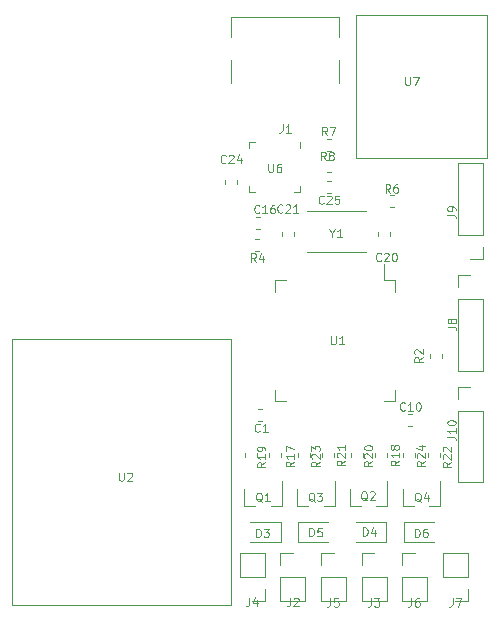
<source format=gbr>
%TF.GenerationSoftware,KiCad,Pcbnew,(5.1.6-0-10_14)*%
%TF.CreationDate,2020-11-30T17:01:27+08:00*%
%TF.ProjectId,Quadrotor,51756164-726f-4746-9f72-2e6b69636164,rev?*%
%TF.SameCoordinates,Original*%
%TF.FileFunction,Legend,Top*%
%TF.FilePolarity,Positive*%
%FSLAX46Y46*%
G04 Gerber Fmt 4.6, Leading zero omitted, Abs format (unit mm)*
G04 Created by KiCad (PCBNEW (5.1.6-0-10_14)) date 2020-11-30 17:01:27*
%MOMM*%
%LPD*%
G01*
G04 APERTURE LIST*
%ADD10C,0.100000*%
G04 APERTURE END LIST*
D10*
%TO.C,J4*%
X121160000Y-149560000D02*
X120100000Y-149560000D01*
X121160000Y-148500000D02*
X121160000Y-149560000D01*
X121160000Y-147500000D02*
X119040000Y-147500000D01*
X119040000Y-147500000D02*
X119040000Y-145440000D01*
X121160000Y-147500000D02*
X121160000Y-145440000D01*
X121160000Y-145440000D02*
X119040000Y-145440000D01*
%TO.C,U2*%
X118300000Y-127400000D02*
X118300000Y-149900000D01*
X99800000Y-149900000D02*
X118300000Y-149900000D01*
X99800000Y-149900000D02*
X99800000Y-127400000D01*
X99800000Y-127400000D02*
X118300000Y-127390000D01*
%TO.C,Y1*%
X129700000Y-119960000D02*
X124700000Y-119960000D01*
X129700000Y-116540000D02*
X124700000Y-116540000D01*
%TO.C,U7*%
X128850000Y-112050000D02*
X128850000Y-99950000D01*
X139950000Y-99950000D02*
X128850000Y-99950000D01*
X139950000Y-112050000D02*
X128850000Y-112050000D01*
X139950000Y-99950000D02*
X139950000Y-112050000D01*
%TO.C,U6*%
X124150000Y-114950000D02*
X123625000Y-114950000D01*
X119850000Y-110650000D02*
X120375000Y-110650000D01*
X119850000Y-114950000D02*
X120375000Y-114950000D01*
X124150000Y-110650000D02*
X124150000Y-111175000D01*
X119850000Y-110650000D02*
X119850000Y-111175000D01*
X119850000Y-114950000D02*
X119850000Y-114425000D01*
X124150000Y-114950000D02*
X124150000Y-114425000D01*
%TO.C,U1*%
X121990000Y-131660000D02*
X121990000Y-132610000D01*
X121990000Y-132610000D02*
X122940000Y-132610000D01*
X121990000Y-123340000D02*
X121990000Y-122390000D01*
X121990000Y-122390000D02*
X122940000Y-122390000D01*
X132210000Y-131660000D02*
X132210000Y-132610000D01*
X132210000Y-132610000D02*
X131260000Y-132610000D01*
X132210000Y-123340000D02*
X132210000Y-122390000D01*
X132210000Y-122390000D02*
X131260000Y-122390000D01*
X131260000Y-122390000D02*
X131260000Y-121050000D01*
%TO.C,R24*%
X132900000Y-137371267D02*
X132900000Y-137028733D01*
X133920000Y-137371267D02*
X133920000Y-137028733D01*
%TO.C,R23*%
X123970000Y-137371267D02*
X123970000Y-137028733D01*
X124990000Y-137371267D02*
X124990000Y-137028733D01*
%TO.C,R22*%
X134940000Y-137371267D02*
X134940000Y-137028733D01*
X135960000Y-137371267D02*
X135960000Y-137028733D01*
%TO.C,R21*%
X126010000Y-137371267D02*
X126010000Y-137028733D01*
X127030000Y-137371267D02*
X127030000Y-137028733D01*
%TO.C,R20*%
X128420000Y-137371267D02*
X128420000Y-137028733D01*
X129440000Y-137371267D02*
X129440000Y-137028733D01*
%TO.C,R19*%
X119470000Y-137371267D02*
X119470000Y-137028733D01*
X120490000Y-137371267D02*
X120490000Y-137028733D01*
%TO.C,R18*%
X130460000Y-137371267D02*
X130460000Y-137028733D01*
X131480000Y-137371267D02*
X131480000Y-137028733D01*
%TO.C,R17*%
X121510000Y-137371267D02*
X121510000Y-137028733D01*
X122530000Y-137371267D02*
X122530000Y-137028733D01*
%TO.C,R8*%
X126771267Y-113235000D02*
X126428733Y-113235000D01*
X126771267Y-112215000D02*
X126428733Y-112215000D01*
%TO.C,R7*%
X126771267Y-111460000D02*
X126428733Y-111460000D01*
X126771267Y-110440000D02*
X126428733Y-110440000D01*
%TO.C,R6*%
X132121267Y-116160000D02*
X131778733Y-116160000D01*
X132121267Y-115140000D02*
X131778733Y-115140000D01*
%TO.C,R4*%
X120671267Y-119910000D02*
X120328733Y-119910000D01*
X120671267Y-118890000D02*
X120328733Y-118890000D01*
%TO.C,R2*%
X135140000Y-128946267D02*
X135140000Y-128603733D01*
X136160000Y-128946267D02*
X136160000Y-128603733D01*
%TO.C,Q4*%
X132850000Y-141510000D02*
X133780000Y-141510000D01*
X136010000Y-141510000D02*
X135080000Y-141510000D01*
X136010000Y-141510000D02*
X136010000Y-139350000D01*
X132850000Y-141510000D02*
X132850000Y-140050000D01*
%TO.C,Q3*%
X123920000Y-141510000D02*
X124850000Y-141510000D01*
X127080000Y-141510000D02*
X126150000Y-141510000D01*
X127080000Y-141510000D02*
X127080000Y-139350000D01*
X123920000Y-141510000D02*
X123920000Y-140050000D01*
%TO.C,Q2*%
X128370000Y-141510000D02*
X129300000Y-141510000D01*
X131530000Y-141510000D02*
X130600000Y-141510000D01*
X131530000Y-141510000D02*
X131530000Y-139350000D01*
X128370000Y-141510000D02*
X128370000Y-140050000D01*
%TO.C,Q1*%
X119420000Y-141510000D02*
X120350000Y-141510000D01*
X122580000Y-141510000D02*
X121650000Y-141510000D01*
X122580000Y-141510000D02*
X122580000Y-139350000D01*
X119420000Y-141510000D02*
X119420000Y-140050000D01*
%TO.C,J10*%
X137490000Y-139510000D02*
X139610000Y-139510000D01*
X137490000Y-133450000D02*
X137490000Y-139510000D01*
X139610000Y-133450000D02*
X139610000Y-139510000D01*
X137490000Y-133450000D02*
X139610000Y-133450000D01*
X137490000Y-132450000D02*
X137490000Y-131390000D01*
X137490000Y-131390000D02*
X138550000Y-131390000D01*
%TO.C,J9*%
X139610000Y-112490000D02*
X137490000Y-112490000D01*
X139610000Y-118550000D02*
X139610000Y-112490000D01*
X137490000Y-118550000D02*
X137490000Y-112490000D01*
X139610000Y-118550000D02*
X137490000Y-118550000D01*
X139610000Y-119550000D02*
X139610000Y-120610000D01*
X139610000Y-120610000D02*
X138550000Y-120610000D01*
%TO.C,J8*%
X137490000Y-130060000D02*
X139610000Y-130060000D01*
X137490000Y-124000000D02*
X137490000Y-130060000D01*
X139610000Y-124000000D02*
X139610000Y-130060000D01*
X137490000Y-124000000D02*
X139610000Y-124000000D01*
X137490000Y-123000000D02*
X137490000Y-121940000D01*
X137490000Y-121940000D02*
X138550000Y-121940000D01*
%TO.C,J7*%
X138360000Y-145440000D02*
X136240000Y-145440000D01*
X138360000Y-147500000D02*
X138360000Y-145440000D01*
X136240000Y-147500000D02*
X136240000Y-145440000D01*
X138360000Y-147500000D02*
X136240000Y-147500000D01*
X138360000Y-148500000D02*
X138360000Y-149560000D01*
X138360000Y-149560000D02*
X137300000Y-149560000D01*
%TO.C,J6*%
X132800000Y-149560000D02*
X134920000Y-149560000D01*
X132800000Y-147500000D02*
X132800000Y-149560000D01*
X134920000Y-147500000D02*
X134920000Y-149560000D01*
X132800000Y-147500000D02*
X134920000Y-147500000D01*
X132800000Y-146500000D02*
X132800000Y-145440000D01*
X132800000Y-145440000D02*
X133860000Y-145440000D01*
%TO.C,J5*%
X125920000Y-149560000D02*
X128040000Y-149560000D01*
X125920000Y-147500000D02*
X125920000Y-149560000D01*
X128040000Y-147500000D02*
X128040000Y-149560000D01*
X125920000Y-147500000D02*
X128040000Y-147500000D01*
X125920000Y-146500000D02*
X125920000Y-145440000D01*
X125920000Y-145440000D02*
X126980000Y-145440000D01*
%TO.C,J3*%
X129360000Y-149560000D02*
X131480000Y-149560000D01*
X129360000Y-147500000D02*
X129360000Y-149560000D01*
X131480000Y-147500000D02*
X131480000Y-149560000D01*
X129360000Y-147500000D02*
X131480000Y-147500000D01*
X129360000Y-146500000D02*
X129360000Y-145440000D01*
X129360000Y-145440000D02*
X130420000Y-145440000D01*
%TO.C,J2*%
X122480000Y-149560000D02*
X124600000Y-149560000D01*
X122480000Y-147500000D02*
X122480000Y-149560000D01*
X124600000Y-147500000D02*
X124600000Y-149560000D01*
X122480000Y-147500000D02*
X124600000Y-147500000D01*
X122480000Y-146500000D02*
X122480000Y-145440000D01*
X122480000Y-145440000D02*
X123540000Y-145440000D01*
%TO.C,J1*%
X127480000Y-105700000D02*
X127480000Y-103780000D01*
X118320000Y-103780000D02*
X118320000Y-105700000D01*
X118320000Y-101770000D02*
X118320000Y-100065000D01*
X127480000Y-100065000D02*
X127480000Y-101770000D01*
X118320000Y-100065000D02*
X127480000Y-100065000D01*
%TO.C,D6*%
X132930000Y-142850000D02*
X132930000Y-144550000D01*
X132930000Y-144550000D02*
X135480000Y-144550000D01*
X132930000Y-142850000D02*
X135480000Y-142850000D01*
%TO.C,D5*%
X124000000Y-142850000D02*
X124000000Y-144550000D01*
X124000000Y-144550000D02*
X126550000Y-144550000D01*
X124000000Y-142850000D02*
X126550000Y-142850000D01*
%TO.C,D4*%
X131450000Y-144550000D02*
X131450000Y-142850000D01*
X131450000Y-142850000D02*
X128900000Y-142850000D01*
X131450000Y-144550000D02*
X128900000Y-144550000D01*
%TO.C,D3*%
X122500000Y-144550000D02*
X122500000Y-142850000D01*
X122500000Y-142850000D02*
X119950000Y-142850000D01*
X122500000Y-144550000D02*
X119950000Y-144550000D01*
%TO.C,C25*%
X126428733Y-113990000D02*
X126771267Y-113990000D01*
X126428733Y-115010000D02*
X126771267Y-115010000D01*
%TO.C,C24*%
X118810000Y-113928733D02*
X118810000Y-114271267D01*
X117790000Y-113928733D02*
X117790000Y-114271267D01*
%TO.C,C21*%
X122590000Y-118621267D02*
X122590000Y-118278733D01*
X123610000Y-118621267D02*
X123610000Y-118278733D01*
%TO.C,C20*%
X131760000Y-118278733D02*
X131760000Y-118621267D01*
X130740000Y-118278733D02*
X130740000Y-118621267D01*
%TO.C,C16*%
X120721267Y-118060000D02*
X120378733Y-118060000D01*
X120721267Y-117040000D02*
X120378733Y-117040000D01*
%TO.C,C10*%
X133303733Y-133690000D02*
X133646267Y-133690000D01*
X133303733Y-134710000D02*
X133646267Y-134710000D01*
%TO.C,C1*%
X120921267Y-134310000D02*
X120578733Y-134310000D01*
X120921267Y-133290000D02*
X120578733Y-133290000D01*
%TO.C,J4*%
X119866666Y-149266666D02*
X119866666Y-149766666D01*
X119833333Y-149866666D01*
X119766666Y-149933333D01*
X119666666Y-149966666D01*
X119600000Y-149966666D01*
X120500000Y-149500000D02*
X120500000Y-149966666D01*
X120333333Y-149233333D02*
X120166666Y-149733333D01*
X120600000Y-149733333D01*
%TO.C,U2*%
X108816666Y-138666666D02*
X108816666Y-139233333D01*
X108850000Y-139300000D01*
X108883333Y-139333333D01*
X108950000Y-139366666D01*
X109083333Y-139366666D01*
X109150000Y-139333333D01*
X109183333Y-139300000D01*
X109216666Y-139233333D01*
X109216666Y-138666666D01*
X109516666Y-138733333D02*
X109550000Y-138700000D01*
X109616666Y-138666666D01*
X109783333Y-138666666D01*
X109850000Y-138700000D01*
X109883333Y-138733333D01*
X109916666Y-138800000D01*
X109916666Y-138866666D01*
X109883333Y-138966666D01*
X109483333Y-139366666D01*
X109916666Y-139366666D01*
%TO.C,Y1*%
X126866666Y-118383333D02*
X126866666Y-118716666D01*
X126633333Y-118016666D02*
X126866666Y-118383333D01*
X127100000Y-118016666D01*
X127700000Y-118716666D02*
X127300000Y-118716666D01*
X127500000Y-118716666D02*
X127500000Y-118016666D01*
X127433333Y-118116666D01*
X127366666Y-118183333D01*
X127300000Y-118216666D01*
%TO.C,U7*%
X133066666Y-105166666D02*
X133066666Y-105733333D01*
X133100000Y-105800000D01*
X133133333Y-105833333D01*
X133200000Y-105866666D01*
X133333333Y-105866666D01*
X133400000Y-105833333D01*
X133433333Y-105800000D01*
X133466666Y-105733333D01*
X133466666Y-105166666D01*
X133733333Y-105166666D02*
X134200000Y-105166666D01*
X133900000Y-105866666D01*
%TO.C,U6*%
X121466666Y-112516666D02*
X121466666Y-113083333D01*
X121500000Y-113150000D01*
X121533333Y-113183333D01*
X121600000Y-113216666D01*
X121733333Y-113216666D01*
X121800000Y-113183333D01*
X121833333Y-113150000D01*
X121866666Y-113083333D01*
X121866666Y-112516666D01*
X122500000Y-112516666D02*
X122366666Y-112516666D01*
X122300000Y-112550000D01*
X122266666Y-112583333D01*
X122200000Y-112683333D01*
X122166666Y-112816666D01*
X122166666Y-113083333D01*
X122200000Y-113150000D01*
X122233333Y-113183333D01*
X122300000Y-113216666D01*
X122433333Y-113216666D01*
X122500000Y-113183333D01*
X122533333Y-113150000D01*
X122566666Y-113083333D01*
X122566666Y-112916666D01*
X122533333Y-112850000D01*
X122500000Y-112816666D01*
X122433333Y-112783333D01*
X122300000Y-112783333D01*
X122233333Y-112816666D01*
X122200000Y-112850000D01*
X122166666Y-112916666D01*
%TO.C,U1*%
X126766666Y-127116666D02*
X126766666Y-127683333D01*
X126800000Y-127750000D01*
X126833333Y-127783333D01*
X126900000Y-127816666D01*
X127033333Y-127816666D01*
X127100000Y-127783333D01*
X127133333Y-127750000D01*
X127166666Y-127683333D01*
X127166666Y-127116666D01*
X127866666Y-127816666D02*
X127466666Y-127816666D01*
X127666666Y-127816666D02*
X127666666Y-127116666D01*
X127600000Y-127216666D01*
X127533333Y-127283333D01*
X127466666Y-127316666D01*
%TO.C,R24*%
X134716666Y-137700000D02*
X134383333Y-137933333D01*
X134716666Y-138100000D02*
X134016666Y-138100000D01*
X134016666Y-137833333D01*
X134050000Y-137766666D01*
X134083333Y-137733333D01*
X134150000Y-137700000D01*
X134250000Y-137700000D01*
X134316666Y-137733333D01*
X134350000Y-137766666D01*
X134383333Y-137833333D01*
X134383333Y-138100000D01*
X134083333Y-137433333D02*
X134050000Y-137400000D01*
X134016666Y-137333333D01*
X134016666Y-137166666D01*
X134050000Y-137100000D01*
X134083333Y-137066666D01*
X134150000Y-137033333D01*
X134216666Y-137033333D01*
X134316666Y-137066666D01*
X134716666Y-137466666D01*
X134716666Y-137033333D01*
X134250000Y-136433333D02*
X134716666Y-136433333D01*
X133983333Y-136600000D02*
X134483333Y-136766666D01*
X134483333Y-136333333D01*
%TO.C,R23*%
X125816666Y-137750000D02*
X125483333Y-137983333D01*
X125816666Y-138150000D02*
X125116666Y-138150000D01*
X125116666Y-137883333D01*
X125150000Y-137816666D01*
X125183333Y-137783333D01*
X125250000Y-137750000D01*
X125350000Y-137750000D01*
X125416666Y-137783333D01*
X125450000Y-137816666D01*
X125483333Y-137883333D01*
X125483333Y-138150000D01*
X125183333Y-137483333D02*
X125150000Y-137450000D01*
X125116666Y-137383333D01*
X125116666Y-137216666D01*
X125150000Y-137150000D01*
X125183333Y-137116666D01*
X125250000Y-137083333D01*
X125316666Y-137083333D01*
X125416666Y-137116666D01*
X125816666Y-137516666D01*
X125816666Y-137083333D01*
X125116666Y-136850000D02*
X125116666Y-136416666D01*
X125383333Y-136650000D01*
X125383333Y-136550000D01*
X125416666Y-136483333D01*
X125450000Y-136450000D01*
X125516666Y-136416666D01*
X125683333Y-136416666D01*
X125750000Y-136450000D01*
X125783333Y-136483333D01*
X125816666Y-136550000D01*
X125816666Y-136750000D01*
X125783333Y-136816666D01*
X125750000Y-136850000D01*
%TO.C,R22*%
X136916666Y-137800000D02*
X136583333Y-138033333D01*
X136916666Y-138200000D02*
X136216666Y-138200000D01*
X136216666Y-137933333D01*
X136250000Y-137866666D01*
X136283333Y-137833333D01*
X136350000Y-137800000D01*
X136450000Y-137800000D01*
X136516666Y-137833333D01*
X136550000Y-137866666D01*
X136583333Y-137933333D01*
X136583333Y-138200000D01*
X136283333Y-137533333D02*
X136250000Y-137500000D01*
X136216666Y-137433333D01*
X136216666Y-137266666D01*
X136250000Y-137200000D01*
X136283333Y-137166666D01*
X136350000Y-137133333D01*
X136416666Y-137133333D01*
X136516666Y-137166666D01*
X136916666Y-137566666D01*
X136916666Y-137133333D01*
X136283333Y-136866666D02*
X136250000Y-136833333D01*
X136216666Y-136766666D01*
X136216666Y-136600000D01*
X136250000Y-136533333D01*
X136283333Y-136500000D01*
X136350000Y-136466666D01*
X136416666Y-136466666D01*
X136516666Y-136500000D01*
X136916666Y-136900000D01*
X136916666Y-136466666D01*
%TO.C,R21*%
X127966666Y-137650000D02*
X127633333Y-137883333D01*
X127966666Y-138050000D02*
X127266666Y-138050000D01*
X127266666Y-137783333D01*
X127300000Y-137716666D01*
X127333333Y-137683333D01*
X127400000Y-137650000D01*
X127500000Y-137650000D01*
X127566666Y-137683333D01*
X127600000Y-137716666D01*
X127633333Y-137783333D01*
X127633333Y-138050000D01*
X127333333Y-137383333D02*
X127300000Y-137350000D01*
X127266666Y-137283333D01*
X127266666Y-137116666D01*
X127300000Y-137050000D01*
X127333333Y-137016666D01*
X127400000Y-136983333D01*
X127466666Y-136983333D01*
X127566666Y-137016666D01*
X127966666Y-137416666D01*
X127966666Y-136983333D01*
X127966666Y-136316666D02*
X127966666Y-136716666D01*
X127966666Y-136516666D02*
X127266666Y-136516666D01*
X127366666Y-136583333D01*
X127433333Y-136650000D01*
X127466666Y-136716666D01*
%TO.C,R20*%
X130266666Y-137700000D02*
X129933333Y-137933333D01*
X130266666Y-138100000D02*
X129566666Y-138100000D01*
X129566666Y-137833333D01*
X129600000Y-137766666D01*
X129633333Y-137733333D01*
X129700000Y-137700000D01*
X129800000Y-137700000D01*
X129866666Y-137733333D01*
X129900000Y-137766666D01*
X129933333Y-137833333D01*
X129933333Y-138100000D01*
X129633333Y-137433333D02*
X129600000Y-137400000D01*
X129566666Y-137333333D01*
X129566666Y-137166666D01*
X129600000Y-137100000D01*
X129633333Y-137066666D01*
X129700000Y-137033333D01*
X129766666Y-137033333D01*
X129866666Y-137066666D01*
X130266666Y-137466666D01*
X130266666Y-137033333D01*
X129566666Y-136600000D02*
X129566666Y-136533333D01*
X129600000Y-136466666D01*
X129633333Y-136433333D01*
X129700000Y-136400000D01*
X129833333Y-136366666D01*
X130000000Y-136366666D01*
X130133333Y-136400000D01*
X130200000Y-136433333D01*
X130233333Y-136466666D01*
X130266666Y-136533333D01*
X130266666Y-136600000D01*
X130233333Y-136666666D01*
X130200000Y-136700000D01*
X130133333Y-136733333D01*
X130000000Y-136766666D01*
X129833333Y-136766666D01*
X129700000Y-136733333D01*
X129633333Y-136700000D01*
X129600000Y-136666666D01*
X129566666Y-136600000D01*
%TO.C,R19*%
X121216666Y-137800000D02*
X120883333Y-138033333D01*
X121216666Y-138200000D02*
X120516666Y-138200000D01*
X120516666Y-137933333D01*
X120550000Y-137866666D01*
X120583333Y-137833333D01*
X120650000Y-137800000D01*
X120750000Y-137800000D01*
X120816666Y-137833333D01*
X120850000Y-137866666D01*
X120883333Y-137933333D01*
X120883333Y-138200000D01*
X121216666Y-137133333D02*
X121216666Y-137533333D01*
X121216666Y-137333333D02*
X120516666Y-137333333D01*
X120616666Y-137400000D01*
X120683333Y-137466666D01*
X120716666Y-137533333D01*
X121216666Y-136800000D02*
X121216666Y-136666666D01*
X121183333Y-136600000D01*
X121150000Y-136566666D01*
X121050000Y-136500000D01*
X120916666Y-136466666D01*
X120650000Y-136466666D01*
X120583333Y-136500000D01*
X120550000Y-136533333D01*
X120516666Y-136600000D01*
X120516666Y-136733333D01*
X120550000Y-136800000D01*
X120583333Y-136833333D01*
X120650000Y-136866666D01*
X120816666Y-136866666D01*
X120883333Y-136833333D01*
X120916666Y-136800000D01*
X120950000Y-136733333D01*
X120950000Y-136600000D01*
X120916666Y-136533333D01*
X120883333Y-136500000D01*
X120816666Y-136466666D01*
%TO.C,R18*%
X132516666Y-137650000D02*
X132183333Y-137883333D01*
X132516666Y-138050000D02*
X131816666Y-138050000D01*
X131816666Y-137783333D01*
X131850000Y-137716666D01*
X131883333Y-137683333D01*
X131950000Y-137650000D01*
X132050000Y-137650000D01*
X132116666Y-137683333D01*
X132150000Y-137716666D01*
X132183333Y-137783333D01*
X132183333Y-138050000D01*
X132516666Y-136983333D02*
X132516666Y-137383333D01*
X132516666Y-137183333D02*
X131816666Y-137183333D01*
X131916666Y-137250000D01*
X131983333Y-137316666D01*
X132016666Y-137383333D01*
X132116666Y-136583333D02*
X132083333Y-136650000D01*
X132050000Y-136683333D01*
X131983333Y-136716666D01*
X131950000Y-136716666D01*
X131883333Y-136683333D01*
X131850000Y-136650000D01*
X131816666Y-136583333D01*
X131816666Y-136450000D01*
X131850000Y-136383333D01*
X131883333Y-136350000D01*
X131950000Y-136316666D01*
X131983333Y-136316666D01*
X132050000Y-136350000D01*
X132083333Y-136383333D01*
X132116666Y-136450000D01*
X132116666Y-136583333D01*
X132150000Y-136650000D01*
X132183333Y-136683333D01*
X132250000Y-136716666D01*
X132383333Y-136716666D01*
X132450000Y-136683333D01*
X132483333Y-136650000D01*
X132516666Y-136583333D01*
X132516666Y-136450000D01*
X132483333Y-136383333D01*
X132450000Y-136350000D01*
X132383333Y-136316666D01*
X132250000Y-136316666D01*
X132183333Y-136350000D01*
X132150000Y-136383333D01*
X132116666Y-136450000D01*
%TO.C,R17*%
X123616666Y-137750000D02*
X123283333Y-137983333D01*
X123616666Y-138150000D02*
X122916666Y-138150000D01*
X122916666Y-137883333D01*
X122950000Y-137816666D01*
X122983333Y-137783333D01*
X123050000Y-137750000D01*
X123150000Y-137750000D01*
X123216666Y-137783333D01*
X123250000Y-137816666D01*
X123283333Y-137883333D01*
X123283333Y-138150000D01*
X123616666Y-137083333D02*
X123616666Y-137483333D01*
X123616666Y-137283333D02*
X122916666Y-137283333D01*
X123016666Y-137350000D01*
X123083333Y-137416666D01*
X123116666Y-137483333D01*
X122916666Y-136850000D02*
X122916666Y-136383333D01*
X123616666Y-136683333D01*
%TO.C,R8*%
X126333333Y-112216666D02*
X126100000Y-111883333D01*
X125933333Y-112216666D02*
X125933333Y-111516666D01*
X126200000Y-111516666D01*
X126266666Y-111550000D01*
X126300000Y-111583333D01*
X126333333Y-111650000D01*
X126333333Y-111750000D01*
X126300000Y-111816666D01*
X126266666Y-111850000D01*
X126200000Y-111883333D01*
X125933333Y-111883333D01*
X126733333Y-111816666D02*
X126666666Y-111783333D01*
X126633333Y-111750000D01*
X126600000Y-111683333D01*
X126600000Y-111650000D01*
X126633333Y-111583333D01*
X126666666Y-111550000D01*
X126733333Y-111516666D01*
X126866666Y-111516666D01*
X126933333Y-111550000D01*
X126966666Y-111583333D01*
X127000000Y-111650000D01*
X127000000Y-111683333D01*
X126966666Y-111750000D01*
X126933333Y-111783333D01*
X126866666Y-111816666D01*
X126733333Y-111816666D01*
X126666666Y-111850000D01*
X126633333Y-111883333D01*
X126600000Y-111950000D01*
X126600000Y-112083333D01*
X126633333Y-112150000D01*
X126666666Y-112183333D01*
X126733333Y-112216666D01*
X126866666Y-112216666D01*
X126933333Y-112183333D01*
X126966666Y-112150000D01*
X127000000Y-112083333D01*
X127000000Y-111950000D01*
X126966666Y-111883333D01*
X126933333Y-111850000D01*
X126866666Y-111816666D01*
%TO.C,R7*%
X126433333Y-110116666D02*
X126200000Y-109783333D01*
X126033333Y-110116666D02*
X126033333Y-109416666D01*
X126300000Y-109416666D01*
X126366666Y-109450000D01*
X126400000Y-109483333D01*
X126433333Y-109550000D01*
X126433333Y-109650000D01*
X126400000Y-109716666D01*
X126366666Y-109750000D01*
X126300000Y-109783333D01*
X126033333Y-109783333D01*
X126666666Y-109416666D02*
X127133333Y-109416666D01*
X126833333Y-110116666D01*
%TO.C,R6*%
X131783333Y-114966666D02*
X131550000Y-114633333D01*
X131383333Y-114966666D02*
X131383333Y-114266666D01*
X131650000Y-114266666D01*
X131716666Y-114300000D01*
X131750000Y-114333333D01*
X131783333Y-114400000D01*
X131783333Y-114500000D01*
X131750000Y-114566666D01*
X131716666Y-114600000D01*
X131650000Y-114633333D01*
X131383333Y-114633333D01*
X132383333Y-114266666D02*
X132250000Y-114266666D01*
X132183333Y-114300000D01*
X132150000Y-114333333D01*
X132083333Y-114433333D01*
X132050000Y-114566666D01*
X132050000Y-114833333D01*
X132083333Y-114900000D01*
X132116666Y-114933333D01*
X132183333Y-114966666D01*
X132316666Y-114966666D01*
X132383333Y-114933333D01*
X132416666Y-114900000D01*
X132450000Y-114833333D01*
X132450000Y-114666666D01*
X132416666Y-114600000D01*
X132383333Y-114566666D01*
X132316666Y-114533333D01*
X132183333Y-114533333D01*
X132116666Y-114566666D01*
X132083333Y-114600000D01*
X132050000Y-114666666D01*
%TO.C,R4*%
X120433333Y-120816666D02*
X120200000Y-120483333D01*
X120033333Y-120816666D02*
X120033333Y-120116666D01*
X120300000Y-120116666D01*
X120366666Y-120150000D01*
X120400000Y-120183333D01*
X120433333Y-120250000D01*
X120433333Y-120350000D01*
X120400000Y-120416666D01*
X120366666Y-120450000D01*
X120300000Y-120483333D01*
X120033333Y-120483333D01*
X121033333Y-120350000D02*
X121033333Y-120816666D01*
X120866666Y-120083333D02*
X120700000Y-120583333D01*
X121133333Y-120583333D01*
%TO.C,R2*%
X134536666Y-128891666D02*
X134203333Y-129125000D01*
X134536666Y-129291666D02*
X133836666Y-129291666D01*
X133836666Y-129025000D01*
X133870000Y-128958333D01*
X133903333Y-128925000D01*
X133970000Y-128891666D01*
X134070000Y-128891666D01*
X134136666Y-128925000D01*
X134170000Y-128958333D01*
X134203333Y-129025000D01*
X134203333Y-129291666D01*
X133903333Y-128625000D02*
X133870000Y-128591666D01*
X133836666Y-128525000D01*
X133836666Y-128358333D01*
X133870000Y-128291666D01*
X133903333Y-128258333D01*
X133970000Y-128225000D01*
X134036666Y-128225000D01*
X134136666Y-128258333D01*
X134536666Y-128658333D01*
X134536666Y-128225000D01*
%TO.C,Q4*%
X134383333Y-141133333D02*
X134316666Y-141100000D01*
X134250000Y-141033333D01*
X134150000Y-140933333D01*
X134083333Y-140900000D01*
X134016666Y-140900000D01*
X134050000Y-141066666D02*
X133983333Y-141033333D01*
X133916666Y-140966666D01*
X133883333Y-140833333D01*
X133883333Y-140600000D01*
X133916666Y-140466666D01*
X133983333Y-140400000D01*
X134050000Y-140366666D01*
X134183333Y-140366666D01*
X134250000Y-140400000D01*
X134316666Y-140466666D01*
X134350000Y-140600000D01*
X134350000Y-140833333D01*
X134316666Y-140966666D01*
X134250000Y-141033333D01*
X134183333Y-141066666D01*
X134050000Y-141066666D01*
X134950000Y-140600000D02*
X134950000Y-141066666D01*
X134783333Y-140333333D02*
X134616666Y-140833333D01*
X135050000Y-140833333D01*
%TO.C,Q3*%
X125383333Y-141133333D02*
X125316666Y-141100000D01*
X125250000Y-141033333D01*
X125150000Y-140933333D01*
X125083333Y-140900000D01*
X125016666Y-140900000D01*
X125050000Y-141066666D02*
X124983333Y-141033333D01*
X124916666Y-140966666D01*
X124883333Y-140833333D01*
X124883333Y-140600000D01*
X124916666Y-140466666D01*
X124983333Y-140400000D01*
X125050000Y-140366666D01*
X125183333Y-140366666D01*
X125250000Y-140400000D01*
X125316666Y-140466666D01*
X125350000Y-140600000D01*
X125350000Y-140833333D01*
X125316666Y-140966666D01*
X125250000Y-141033333D01*
X125183333Y-141066666D01*
X125050000Y-141066666D01*
X125583333Y-140366666D02*
X126016666Y-140366666D01*
X125783333Y-140633333D01*
X125883333Y-140633333D01*
X125950000Y-140666666D01*
X125983333Y-140700000D01*
X126016666Y-140766666D01*
X126016666Y-140933333D01*
X125983333Y-141000000D01*
X125950000Y-141033333D01*
X125883333Y-141066666D01*
X125683333Y-141066666D01*
X125616666Y-141033333D01*
X125583333Y-141000000D01*
%TO.C,Q2*%
X129833333Y-141033333D02*
X129766666Y-141000000D01*
X129700000Y-140933333D01*
X129600000Y-140833333D01*
X129533333Y-140800000D01*
X129466666Y-140800000D01*
X129500000Y-140966666D02*
X129433333Y-140933333D01*
X129366666Y-140866666D01*
X129333333Y-140733333D01*
X129333333Y-140500000D01*
X129366666Y-140366666D01*
X129433333Y-140300000D01*
X129500000Y-140266666D01*
X129633333Y-140266666D01*
X129700000Y-140300000D01*
X129766666Y-140366666D01*
X129800000Y-140500000D01*
X129800000Y-140733333D01*
X129766666Y-140866666D01*
X129700000Y-140933333D01*
X129633333Y-140966666D01*
X129500000Y-140966666D01*
X130066666Y-140333333D02*
X130100000Y-140300000D01*
X130166666Y-140266666D01*
X130333333Y-140266666D01*
X130400000Y-140300000D01*
X130433333Y-140333333D01*
X130466666Y-140400000D01*
X130466666Y-140466666D01*
X130433333Y-140566666D01*
X130033333Y-140966666D01*
X130466666Y-140966666D01*
%TO.C,Q1*%
X120933333Y-141133333D02*
X120866666Y-141100000D01*
X120800000Y-141033333D01*
X120700000Y-140933333D01*
X120633333Y-140900000D01*
X120566666Y-140900000D01*
X120600000Y-141066666D02*
X120533333Y-141033333D01*
X120466666Y-140966666D01*
X120433333Y-140833333D01*
X120433333Y-140600000D01*
X120466666Y-140466666D01*
X120533333Y-140400000D01*
X120600000Y-140366666D01*
X120733333Y-140366666D01*
X120800000Y-140400000D01*
X120866666Y-140466666D01*
X120900000Y-140600000D01*
X120900000Y-140833333D01*
X120866666Y-140966666D01*
X120800000Y-141033333D01*
X120733333Y-141066666D01*
X120600000Y-141066666D01*
X121566666Y-141066666D02*
X121166666Y-141066666D01*
X121366666Y-141066666D02*
X121366666Y-140366666D01*
X121300000Y-140466666D01*
X121233333Y-140533333D01*
X121166666Y-140566666D01*
%TO.C,J10*%
X136616666Y-135616666D02*
X137116666Y-135616666D01*
X137216666Y-135650000D01*
X137283333Y-135716666D01*
X137316666Y-135816666D01*
X137316666Y-135883333D01*
X137316666Y-134916666D02*
X137316666Y-135316666D01*
X137316666Y-135116666D02*
X136616666Y-135116666D01*
X136716666Y-135183333D01*
X136783333Y-135250000D01*
X136816666Y-135316666D01*
X136616666Y-134483333D02*
X136616666Y-134416666D01*
X136650000Y-134350000D01*
X136683333Y-134316666D01*
X136750000Y-134283333D01*
X136883333Y-134250000D01*
X137050000Y-134250000D01*
X137183333Y-134283333D01*
X137250000Y-134316666D01*
X137283333Y-134350000D01*
X137316666Y-134416666D01*
X137316666Y-134483333D01*
X137283333Y-134550000D01*
X137250000Y-134583333D01*
X137183333Y-134616666D01*
X137050000Y-134650000D01*
X136883333Y-134650000D01*
X136750000Y-134616666D01*
X136683333Y-134583333D01*
X136650000Y-134550000D01*
X136616666Y-134483333D01*
%TO.C,J9*%
X136616666Y-116833333D02*
X137116666Y-116833333D01*
X137216666Y-116866666D01*
X137283333Y-116933333D01*
X137316666Y-117033333D01*
X137316666Y-117100000D01*
X137316666Y-116466666D02*
X137316666Y-116333333D01*
X137283333Y-116266666D01*
X137250000Y-116233333D01*
X137150000Y-116166666D01*
X137016666Y-116133333D01*
X136750000Y-116133333D01*
X136683333Y-116166666D01*
X136650000Y-116200000D01*
X136616666Y-116266666D01*
X136616666Y-116400000D01*
X136650000Y-116466666D01*
X136683333Y-116500000D01*
X136750000Y-116533333D01*
X136916666Y-116533333D01*
X136983333Y-116500000D01*
X137016666Y-116466666D01*
X137050000Y-116400000D01*
X137050000Y-116266666D01*
X137016666Y-116200000D01*
X136983333Y-116166666D01*
X136916666Y-116133333D01*
%TO.C,J8*%
X136666666Y-126333333D02*
X137166666Y-126333333D01*
X137266666Y-126366666D01*
X137333333Y-126433333D01*
X137366666Y-126533333D01*
X137366666Y-126600000D01*
X136966666Y-125900000D02*
X136933333Y-125966666D01*
X136900000Y-126000000D01*
X136833333Y-126033333D01*
X136800000Y-126033333D01*
X136733333Y-126000000D01*
X136700000Y-125966666D01*
X136666666Y-125900000D01*
X136666666Y-125766666D01*
X136700000Y-125700000D01*
X136733333Y-125666666D01*
X136800000Y-125633333D01*
X136833333Y-125633333D01*
X136900000Y-125666666D01*
X136933333Y-125700000D01*
X136966666Y-125766666D01*
X136966666Y-125900000D01*
X137000000Y-125966666D01*
X137033333Y-126000000D01*
X137100000Y-126033333D01*
X137233333Y-126033333D01*
X137300000Y-126000000D01*
X137333333Y-125966666D01*
X137366666Y-125900000D01*
X137366666Y-125766666D01*
X137333333Y-125700000D01*
X137300000Y-125666666D01*
X137233333Y-125633333D01*
X137100000Y-125633333D01*
X137033333Y-125666666D01*
X137000000Y-125700000D01*
X136966666Y-125766666D01*
%TO.C,J7*%
X137066666Y-149316666D02*
X137066666Y-149816666D01*
X137033333Y-149916666D01*
X136966666Y-149983333D01*
X136866666Y-150016666D01*
X136800000Y-150016666D01*
X137333333Y-149316666D02*
X137800000Y-149316666D01*
X137500000Y-150016666D01*
%TO.C,J6*%
X133566666Y-149316666D02*
X133566666Y-149816666D01*
X133533333Y-149916666D01*
X133466666Y-149983333D01*
X133366666Y-150016666D01*
X133300000Y-150016666D01*
X134200000Y-149316666D02*
X134066666Y-149316666D01*
X134000000Y-149350000D01*
X133966666Y-149383333D01*
X133900000Y-149483333D01*
X133866666Y-149616666D01*
X133866666Y-149883333D01*
X133900000Y-149950000D01*
X133933333Y-149983333D01*
X134000000Y-150016666D01*
X134133333Y-150016666D01*
X134200000Y-149983333D01*
X134233333Y-149950000D01*
X134266666Y-149883333D01*
X134266666Y-149716666D01*
X134233333Y-149650000D01*
X134200000Y-149616666D01*
X134133333Y-149583333D01*
X134000000Y-149583333D01*
X133933333Y-149616666D01*
X133900000Y-149650000D01*
X133866666Y-149716666D01*
%TO.C,J5*%
X126716666Y-149316666D02*
X126716666Y-149816666D01*
X126683333Y-149916666D01*
X126616666Y-149983333D01*
X126516666Y-150016666D01*
X126450000Y-150016666D01*
X127383333Y-149316666D02*
X127050000Y-149316666D01*
X127016666Y-149650000D01*
X127050000Y-149616666D01*
X127116666Y-149583333D01*
X127283333Y-149583333D01*
X127350000Y-149616666D01*
X127383333Y-149650000D01*
X127416666Y-149716666D01*
X127416666Y-149883333D01*
X127383333Y-149950000D01*
X127350000Y-149983333D01*
X127283333Y-150016666D01*
X127116666Y-150016666D01*
X127050000Y-149983333D01*
X127016666Y-149950000D01*
%TO.C,J3*%
X130166666Y-149316666D02*
X130166666Y-149816666D01*
X130133333Y-149916666D01*
X130066666Y-149983333D01*
X129966666Y-150016666D01*
X129900000Y-150016666D01*
X130433333Y-149316666D02*
X130866666Y-149316666D01*
X130633333Y-149583333D01*
X130733333Y-149583333D01*
X130800000Y-149616666D01*
X130833333Y-149650000D01*
X130866666Y-149716666D01*
X130866666Y-149883333D01*
X130833333Y-149950000D01*
X130800000Y-149983333D01*
X130733333Y-150016666D01*
X130533333Y-150016666D01*
X130466666Y-149983333D01*
X130433333Y-149950000D01*
%TO.C,J2*%
X123316666Y-149266666D02*
X123316666Y-149766666D01*
X123283333Y-149866666D01*
X123216666Y-149933333D01*
X123116666Y-149966666D01*
X123050000Y-149966666D01*
X123616666Y-149333333D02*
X123650000Y-149300000D01*
X123716666Y-149266666D01*
X123883333Y-149266666D01*
X123950000Y-149300000D01*
X123983333Y-149333333D01*
X124016666Y-149400000D01*
X124016666Y-149466666D01*
X123983333Y-149566666D01*
X123583333Y-149966666D01*
X124016666Y-149966666D01*
%TO.C,J1*%
X122666666Y-109181666D02*
X122666666Y-109681666D01*
X122633333Y-109781666D01*
X122566666Y-109848333D01*
X122466666Y-109881666D01*
X122400000Y-109881666D01*
X123366666Y-109881666D02*
X122966666Y-109881666D01*
X123166666Y-109881666D02*
X123166666Y-109181666D01*
X123100000Y-109281666D01*
X123033333Y-109348333D01*
X122966666Y-109381666D01*
%TO.C,D6*%
X133883333Y-144116666D02*
X133883333Y-143416666D01*
X134050000Y-143416666D01*
X134150000Y-143450000D01*
X134216666Y-143516666D01*
X134250000Y-143583333D01*
X134283333Y-143716666D01*
X134283333Y-143816666D01*
X134250000Y-143950000D01*
X134216666Y-144016666D01*
X134150000Y-144083333D01*
X134050000Y-144116666D01*
X133883333Y-144116666D01*
X134883333Y-143416666D02*
X134750000Y-143416666D01*
X134683333Y-143450000D01*
X134650000Y-143483333D01*
X134583333Y-143583333D01*
X134550000Y-143716666D01*
X134550000Y-143983333D01*
X134583333Y-144050000D01*
X134616666Y-144083333D01*
X134683333Y-144116666D01*
X134816666Y-144116666D01*
X134883333Y-144083333D01*
X134916666Y-144050000D01*
X134950000Y-143983333D01*
X134950000Y-143816666D01*
X134916666Y-143750000D01*
X134883333Y-143716666D01*
X134816666Y-143683333D01*
X134683333Y-143683333D01*
X134616666Y-143716666D01*
X134583333Y-143750000D01*
X134550000Y-143816666D01*
%TO.C,D5*%
X124933333Y-144066666D02*
X124933333Y-143366666D01*
X125100000Y-143366666D01*
X125200000Y-143400000D01*
X125266666Y-143466666D01*
X125300000Y-143533333D01*
X125333333Y-143666666D01*
X125333333Y-143766666D01*
X125300000Y-143900000D01*
X125266666Y-143966666D01*
X125200000Y-144033333D01*
X125100000Y-144066666D01*
X124933333Y-144066666D01*
X125966666Y-143366666D02*
X125633333Y-143366666D01*
X125600000Y-143700000D01*
X125633333Y-143666666D01*
X125700000Y-143633333D01*
X125866666Y-143633333D01*
X125933333Y-143666666D01*
X125966666Y-143700000D01*
X126000000Y-143766666D01*
X126000000Y-143933333D01*
X125966666Y-144000000D01*
X125933333Y-144033333D01*
X125866666Y-144066666D01*
X125700000Y-144066666D01*
X125633333Y-144033333D01*
X125600000Y-144000000D01*
%TO.C,D4*%
X129483333Y-144016666D02*
X129483333Y-143316666D01*
X129650000Y-143316666D01*
X129750000Y-143350000D01*
X129816666Y-143416666D01*
X129850000Y-143483333D01*
X129883333Y-143616666D01*
X129883333Y-143716666D01*
X129850000Y-143850000D01*
X129816666Y-143916666D01*
X129750000Y-143983333D01*
X129650000Y-144016666D01*
X129483333Y-144016666D01*
X130483333Y-143550000D02*
X130483333Y-144016666D01*
X130316666Y-143283333D02*
X130150000Y-143783333D01*
X130583333Y-143783333D01*
%TO.C,D3*%
X120433333Y-144116666D02*
X120433333Y-143416666D01*
X120600000Y-143416666D01*
X120700000Y-143450000D01*
X120766666Y-143516666D01*
X120800000Y-143583333D01*
X120833333Y-143716666D01*
X120833333Y-143816666D01*
X120800000Y-143950000D01*
X120766666Y-144016666D01*
X120700000Y-144083333D01*
X120600000Y-144116666D01*
X120433333Y-144116666D01*
X121066666Y-143416666D02*
X121500000Y-143416666D01*
X121266666Y-143683333D01*
X121366666Y-143683333D01*
X121433333Y-143716666D01*
X121466666Y-143750000D01*
X121500000Y-143816666D01*
X121500000Y-143983333D01*
X121466666Y-144050000D01*
X121433333Y-144083333D01*
X121366666Y-144116666D01*
X121166666Y-144116666D01*
X121100000Y-144083333D01*
X121066666Y-144050000D01*
%TO.C,C25*%
X126150000Y-115850000D02*
X126116666Y-115883333D01*
X126016666Y-115916666D01*
X125950000Y-115916666D01*
X125850000Y-115883333D01*
X125783333Y-115816666D01*
X125750000Y-115750000D01*
X125716666Y-115616666D01*
X125716666Y-115516666D01*
X125750000Y-115383333D01*
X125783333Y-115316666D01*
X125850000Y-115250000D01*
X125950000Y-115216666D01*
X126016666Y-115216666D01*
X126116666Y-115250000D01*
X126150000Y-115283333D01*
X126416666Y-115283333D02*
X126450000Y-115250000D01*
X126516666Y-115216666D01*
X126683333Y-115216666D01*
X126750000Y-115250000D01*
X126783333Y-115283333D01*
X126816666Y-115350000D01*
X126816666Y-115416666D01*
X126783333Y-115516666D01*
X126383333Y-115916666D01*
X126816666Y-115916666D01*
X127450000Y-115216666D02*
X127116666Y-115216666D01*
X127083333Y-115550000D01*
X127116666Y-115516666D01*
X127183333Y-115483333D01*
X127350000Y-115483333D01*
X127416666Y-115516666D01*
X127450000Y-115550000D01*
X127483333Y-115616666D01*
X127483333Y-115783333D01*
X127450000Y-115850000D01*
X127416666Y-115883333D01*
X127350000Y-115916666D01*
X127183333Y-115916666D01*
X127116666Y-115883333D01*
X127083333Y-115850000D01*
%TO.C,C24*%
X117850000Y-112400000D02*
X117816666Y-112433333D01*
X117716666Y-112466666D01*
X117650000Y-112466666D01*
X117550000Y-112433333D01*
X117483333Y-112366666D01*
X117450000Y-112300000D01*
X117416666Y-112166666D01*
X117416666Y-112066666D01*
X117450000Y-111933333D01*
X117483333Y-111866666D01*
X117550000Y-111800000D01*
X117650000Y-111766666D01*
X117716666Y-111766666D01*
X117816666Y-111800000D01*
X117850000Y-111833333D01*
X118116666Y-111833333D02*
X118150000Y-111800000D01*
X118216666Y-111766666D01*
X118383333Y-111766666D01*
X118450000Y-111800000D01*
X118483333Y-111833333D01*
X118516666Y-111900000D01*
X118516666Y-111966666D01*
X118483333Y-112066666D01*
X118083333Y-112466666D01*
X118516666Y-112466666D01*
X119116666Y-112000000D02*
X119116666Y-112466666D01*
X118950000Y-111733333D02*
X118783333Y-112233333D01*
X119216666Y-112233333D01*
%TO.C,C21*%
X122650000Y-116600000D02*
X122616666Y-116633333D01*
X122516666Y-116666666D01*
X122450000Y-116666666D01*
X122350000Y-116633333D01*
X122283333Y-116566666D01*
X122250000Y-116500000D01*
X122216666Y-116366666D01*
X122216666Y-116266666D01*
X122250000Y-116133333D01*
X122283333Y-116066666D01*
X122350000Y-116000000D01*
X122450000Y-115966666D01*
X122516666Y-115966666D01*
X122616666Y-116000000D01*
X122650000Y-116033333D01*
X122916666Y-116033333D02*
X122950000Y-116000000D01*
X123016666Y-115966666D01*
X123183333Y-115966666D01*
X123250000Y-116000000D01*
X123283333Y-116033333D01*
X123316666Y-116100000D01*
X123316666Y-116166666D01*
X123283333Y-116266666D01*
X122883333Y-116666666D01*
X123316666Y-116666666D01*
X123983333Y-116666666D02*
X123583333Y-116666666D01*
X123783333Y-116666666D02*
X123783333Y-115966666D01*
X123716666Y-116066666D01*
X123650000Y-116133333D01*
X123583333Y-116166666D01*
%TO.C,C20*%
X131000000Y-120700000D02*
X130966666Y-120733333D01*
X130866666Y-120766666D01*
X130800000Y-120766666D01*
X130700000Y-120733333D01*
X130633333Y-120666666D01*
X130600000Y-120600000D01*
X130566666Y-120466666D01*
X130566666Y-120366666D01*
X130600000Y-120233333D01*
X130633333Y-120166666D01*
X130700000Y-120100000D01*
X130800000Y-120066666D01*
X130866666Y-120066666D01*
X130966666Y-120100000D01*
X131000000Y-120133333D01*
X131266666Y-120133333D02*
X131300000Y-120100000D01*
X131366666Y-120066666D01*
X131533333Y-120066666D01*
X131600000Y-120100000D01*
X131633333Y-120133333D01*
X131666666Y-120200000D01*
X131666666Y-120266666D01*
X131633333Y-120366666D01*
X131233333Y-120766666D01*
X131666666Y-120766666D01*
X132100000Y-120066666D02*
X132166666Y-120066666D01*
X132233333Y-120100000D01*
X132266666Y-120133333D01*
X132300000Y-120200000D01*
X132333333Y-120333333D01*
X132333333Y-120500000D01*
X132300000Y-120633333D01*
X132266666Y-120700000D01*
X132233333Y-120733333D01*
X132166666Y-120766666D01*
X132100000Y-120766666D01*
X132033333Y-120733333D01*
X132000000Y-120700000D01*
X131966666Y-120633333D01*
X131933333Y-120500000D01*
X131933333Y-120333333D01*
X131966666Y-120200000D01*
X132000000Y-120133333D01*
X132033333Y-120100000D01*
X132100000Y-120066666D01*
%TO.C,C16*%
X120700000Y-116650000D02*
X120666666Y-116683333D01*
X120566666Y-116716666D01*
X120500000Y-116716666D01*
X120400000Y-116683333D01*
X120333333Y-116616666D01*
X120300000Y-116550000D01*
X120266666Y-116416666D01*
X120266666Y-116316666D01*
X120300000Y-116183333D01*
X120333333Y-116116666D01*
X120400000Y-116050000D01*
X120500000Y-116016666D01*
X120566666Y-116016666D01*
X120666666Y-116050000D01*
X120700000Y-116083333D01*
X121366666Y-116716666D02*
X120966666Y-116716666D01*
X121166666Y-116716666D02*
X121166666Y-116016666D01*
X121100000Y-116116666D01*
X121033333Y-116183333D01*
X120966666Y-116216666D01*
X121966666Y-116016666D02*
X121833333Y-116016666D01*
X121766666Y-116050000D01*
X121733333Y-116083333D01*
X121666666Y-116183333D01*
X121633333Y-116316666D01*
X121633333Y-116583333D01*
X121666666Y-116650000D01*
X121700000Y-116683333D01*
X121766666Y-116716666D01*
X121900000Y-116716666D01*
X121966666Y-116683333D01*
X122000000Y-116650000D01*
X122033333Y-116583333D01*
X122033333Y-116416666D01*
X122000000Y-116350000D01*
X121966666Y-116316666D01*
X121900000Y-116283333D01*
X121766666Y-116283333D01*
X121700000Y-116316666D01*
X121666666Y-116350000D01*
X121633333Y-116416666D01*
%TO.C,C10*%
X133025000Y-133350000D02*
X132991666Y-133383333D01*
X132891666Y-133416666D01*
X132825000Y-133416666D01*
X132725000Y-133383333D01*
X132658333Y-133316666D01*
X132625000Y-133250000D01*
X132591666Y-133116666D01*
X132591666Y-133016666D01*
X132625000Y-132883333D01*
X132658333Y-132816666D01*
X132725000Y-132750000D01*
X132825000Y-132716666D01*
X132891666Y-132716666D01*
X132991666Y-132750000D01*
X133025000Y-132783333D01*
X133691666Y-133416666D02*
X133291666Y-133416666D01*
X133491666Y-133416666D02*
X133491666Y-132716666D01*
X133425000Y-132816666D01*
X133358333Y-132883333D01*
X133291666Y-132916666D01*
X134125000Y-132716666D02*
X134191666Y-132716666D01*
X134258333Y-132750000D01*
X134291666Y-132783333D01*
X134325000Y-132850000D01*
X134358333Y-132983333D01*
X134358333Y-133150000D01*
X134325000Y-133283333D01*
X134291666Y-133350000D01*
X134258333Y-133383333D01*
X134191666Y-133416666D01*
X134125000Y-133416666D01*
X134058333Y-133383333D01*
X134025000Y-133350000D01*
X133991666Y-133283333D01*
X133958333Y-133150000D01*
X133958333Y-132983333D01*
X133991666Y-132850000D01*
X134025000Y-132783333D01*
X134058333Y-132750000D01*
X134125000Y-132716666D01*
%TO.C,C1*%
X120733333Y-135150000D02*
X120700000Y-135183333D01*
X120600000Y-135216666D01*
X120533333Y-135216666D01*
X120433333Y-135183333D01*
X120366666Y-135116666D01*
X120333333Y-135050000D01*
X120300000Y-134916666D01*
X120300000Y-134816666D01*
X120333333Y-134683333D01*
X120366666Y-134616666D01*
X120433333Y-134550000D01*
X120533333Y-134516666D01*
X120600000Y-134516666D01*
X120700000Y-134550000D01*
X120733333Y-134583333D01*
X121400000Y-135216666D02*
X121000000Y-135216666D01*
X121200000Y-135216666D02*
X121200000Y-134516666D01*
X121133333Y-134616666D01*
X121066666Y-134683333D01*
X121000000Y-134716666D01*
%TD*%
M02*

</source>
